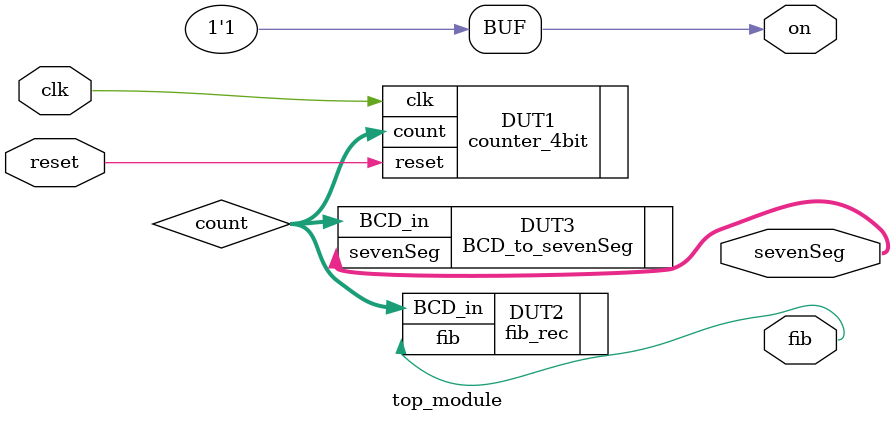
<source format=sv>
`timescale 1ns / 1ps


module top_module(
    input logic clk, reset,
    output logic fib,on,
    output logic [6:0] sevenSeg 
    );
    
    logic [3:0] count;
    
    assign on = 1;
    
    counter_4bit DUT1(
        .clk(clk),
        .reset(reset),
        .count(count)
    );
    
    fib_rec DUT2(
        .BCD_in(count),
        .fib(fib)
    );
   
    BCD_to_sevenSeg DUT3(
        .BCD_in(count),
        .sevenSeg(sevenSeg)
    );
endmodule
</source>
